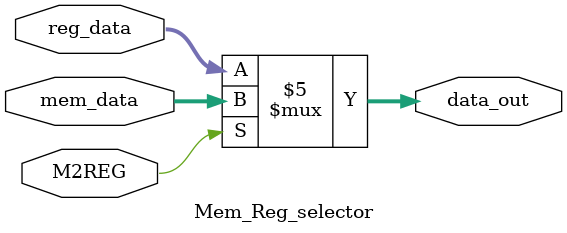
<source format=v>
module Mem_Reg_selector( reg_data,mem_data, M2REG, data_out);
	input[31:0] mem_data;
	input[31:0] reg_data;
	input M2REG;
	output reg [31:0] data_out;

	initial
		begin
			data_out = 0;
		end

	always @(mem_data, reg_data, M2REG) begin
		if (M2REG==0) begin
			data_out = reg_data;
			// $display("Mem_Reg_selector data_out is %b",data_out);
		end
		else begin
			data_out = mem_data;
			$display("mem_data %b",data_out);
		end
	end
endmodule
</source>
